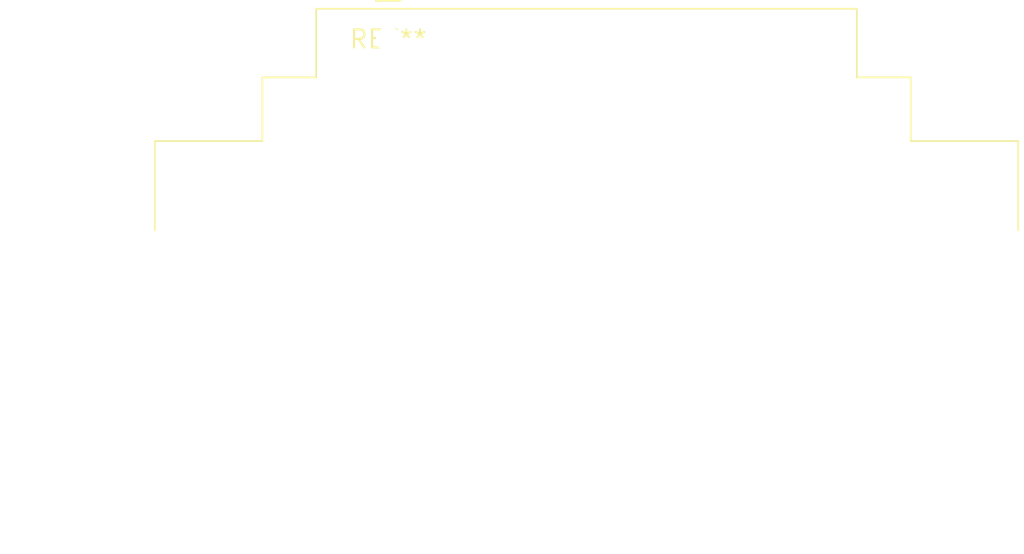
<source format=kicad_pcb>
(kicad_pcb (version 20240108) (generator pcbnew)
  (layers (0 "F.Cu" signal) (31 "B.Cu" signal) (34 "B.Paste" user) (35 "F.Paste" user) (36 "B.SilkS" user "B.Silkscreen") (37 "F.SilkS" user "F.Silkscreen") (38 "B.Mask" user) (39 "F.Mask" user) (44 "Edge.Cuts" user))
  (net 0 "")
  (footprint "TE_AMPSEAL_1-776087-x_3Rows_23_P0.4mm_Horizontal" (layer "F.Cu") (at 0 0)
    (property "Reference" "REF**")
    (property "Value" "TE_AMPSEAL_1-776087-x_3Rows_23_P0.4mm_Horizontal")
    (fp_line (start -16.5 7.2) (end -8.9 7.2) (layer "F.SilkS") (stroke (width 0.12)))
    (fp_line (start -16.5 13.5) (end -16.5 7.2) (layer "F.SilkS") (stroke (width 0.12)))
    (fp_line (start -8.9 2.7) (end -5.1 2.7) (layer "F.SilkS") (stroke (width 0.12)))
    (fp_line (start -8.9 7.2) (end -8.9 2.7) (layer "F.SilkS") (stroke (width 0.12)))
    (fp_line (start -5.1 -2.15) (end 33.1 -2.15) (layer "F.SilkS") (stroke (width 0.12)))
    (fp_line (start -5.1 2.7) (end -5.1 -2.15) (layer "F.SilkS") (stroke (width 0.12)))
    (fp_line (start -0.875 -2.7077) (end 0.875 -2.7077) (layer "F.SilkS") (stroke (width 0.12)))
    (fp_line (start 33.1 -2.15) (end 33.1 2.7) (layer "F.SilkS") (stroke (width 0.12)))
    (fp_line (start 33.1 2.7) (end 36.9 2.7) (layer "F.SilkS") (stroke (width 0.12)))
    (fp_line (start 36.9 2.7) (end 36.9 7.2) (layer "F.SilkS") (stroke (width 0.12)))
    (fp_line (start 36.9 7.2) (end 44.5 7.2) (layer "F.SilkS") (stroke (width 0.12)))
    (fp_line (start 44.5 7.2) (end 44.5 13.5) (layer "F.SilkS") (stroke (width 0.12)))
    (pad "" np_thru_hole circle (at -6.5 4.5) (size 2.85 2.85) (drill 2.85) (layers *.Cu))
    (pad "" np_thru_hole circle (at 34.5 4.5) (size 2.85 2.85) (drill 2.85) (layers *.Cu))
    (pad "1" thru_hole rect (at 0 0) (size 3 3) (drill 1.75) (layers *.Cu *.Mask) (remove_unused_layers))
    (pad "2" thru_hole circle (at 4 0) (size 3 3) (drill 1.75) (layers *.Cu *.Mask) (remove_unused_layers))
    (pad "3" thru_hole circle (at 8 0) (size 3 3) (drill 1.75) (layers *.Cu *.Mask) (remove_unused_layers))
    (pad "4" thru_hole circle (at 12 0) (size 3 3) (drill 1.75) (layers *.Cu *.Mask) (remove_unused_layers))
    (pad "5" thru_hole circle (at 16 0) (size 3 3) (drill 1.75) (layers *.Cu *.Mask) (remove_unused_layers))
    (pad "6" thru_hole circle (at 20 0) (size 3 3) (drill 1.75) (layers *.Cu *.Mask) (remove_unused_layers))
    (pad "7" thru_hole circle (at 24 0) (size 3 3) (drill 1.75) (layers *.Cu *.Mask) (remove_unused_layers))
    (pad "8" thru_hole circle (at 28 0) (size 3 3) (drill 1.75) (layers *.Cu *.Mask) (remove_unused_layers))
    (pad "9" thru_hole circle (at 2 4) (size 3 3) (drill 1.75) (layers *.Cu *.Mask) (remove_unused_layers))
    (pad "10" thru_hole circle (at 6 4) (size 3 3) (drill 1.75) (layers *.Cu *.Mask) (remove_unused_layers))
    (pad "11" thru_hole circle (at 10 4) (size 3 3) (drill 1.75) (layers *.Cu *.Mask) (remove_unused_layers))
    (pad "12" thru_hole circle (at 14 4) (size 3 3) (drill 1.75) (layers *.Cu *.Mask) (remove_unused_layers))
    (pad "13" thru_hole circle (at 18 4) (size 3 3) (drill 1.75) (layers *.Cu *.Mask) (remove_unused_layers))
    (pad "14" thru_hole circle (at 22 4) (size 3 3) (drill 1.75) (layers *.Cu *.Mask) (remove_unused_layers))
    (pad "15" thru_hole circle (at 26 4) (size 3 3) (drill 1.75) (layers *.Cu *.Mask) (remove_unused_layers))
    (pad "16" thru_hole circle (at 0 8) (size 3 3) (drill 1.75) (layers *.Cu *.Mask) (remove_unused_layers))
    (pad "17" thru_hole circle (at 4 8) (size 3 3) (drill 1.75) (layers *.Cu *.Mask) (remove_unused_layers))
    (pad "18" thru_hole circle (at 8 8) (size 3 3) (drill 1.75) (layers *.Cu *.Mask) (remove_unused_layers))
    (pad "19" thru_hole circle (at 12 8) (size 3 3) (drill 1.75) (layers *.Cu *.Mask) (remove_unused_layers))
    (pad "20" thru_hole circle (at 16 8) (size 3 3) (drill 1.75) (layers *.Cu *.Mask) (remove_unused_layers))
    (pad "21" thru_hole circle (at 20 8) (size 3 3) (drill 1.75) (layers *.Cu *.Mask) (remove_unused_layers))
    (pad "22" thru_hole circle (at 24 8) (size 3 3) (drill 1.75) (layers *.Cu *.Mask) (remove_unused_layers))
    (pad "23" thru_hole circle (at 28 8) (size 3 3) (drill 1.75) (layers *.Cu *.Mask) (remove_unused_layers))
  )
)
</source>
